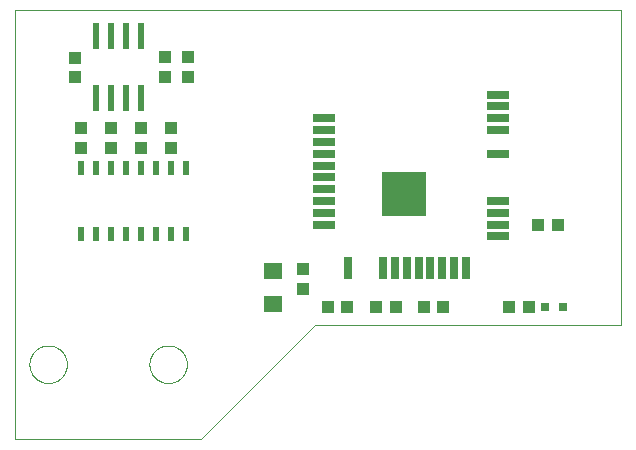
<source format=gtp>
G75*
%MOIN*%
%OFA0B0*%
%FSLAX25Y25*%
%IPPOS*%
%LPD*%
%AMOC8*
5,1,8,0,0,1.08239X$1,22.5*
%
%ADD10C,0.00000*%
%ADD11R,0.03150X0.03150*%
%ADD12R,0.04331X0.03937*%
%ADD13R,0.03937X0.04331*%
%ADD14R,0.03937X0.03937*%
%ADD15R,0.06299X0.05512*%
%ADD16R,0.07480X0.03150*%
%ADD17R,0.03150X0.07480*%
%ADD18R,0.14567X0.14567*%
%ADD19R,0.02362X0.04724*%
%ADD20R,0.02400X0.08700*%
D10*
X0001500Y0001550D02*
X0001500Y0144550D01*
X0203500Y0144550D01*
X0203500Y0039550D01*
X0101500Y0039550D01*
X0063500Y0001550D01*
X0001500Y0001550D01*
X0006250Y0026550D02*
X0006252Y0026708D01*
X0006258Y0026865D01*
X0006268Y0027023D01*
X0006282Y0027180D01*
X0006300Y0027336D01*
X0006321Y0027493D01*
X0006347Y0027648D01*
X0006377Y0027803D01*
X0006410Y0027957D01*
X0006448Y0028110D01*
X0006489Y0028263D01*
X0006534Y0028414D01*
X0006583Y0028564D01*
X0006636Y0028712D01*
X0006692Y0028860D01*
X0006753Y0029005D01*
X0006816Y0029150D01*
X0006884Y0029292D01*
X0006955Y0029433D01*
X0007029Y0029572D01*
X0007107Y0029709D01*
X0007189Y0029844D01*
X0007273Y0029977D01*
X0007362Y0030108D01*
X0007453Y0030236D01*
X0007548Y0030363D01*
X0007645Y0030486D01*
X0007746Y0030608D01*
X0007850Y0030726D01*
X0007957Y0030842D01*
X0008067Y0030955D01*
X0008179Y0031066D01*
X0008295Y0031173D01*
X0008413Y0031278D01*
X0008533Y0031380D01*
X0008656Y0031478D01*
X0008782Y0031574D01*
X0008910Y0031666D01*
X0009040Y0031755D01*
X0009172Y0031841D01*
X0009307Y0031923D01*
X0009444Y0032002D01*
X0009582Y0032077D01*
X0009722Y0032149D01*
X0009865Y0032217D01*
X0010008Y0032282D01*
X0010154Y0032343D01*
X0010301Y0032400D01*
X0010449Y0032454D01*
X0010599Y0032504D01*
X0010749Y0032550D01*
X0010901Y0032592D01*
X0011054Y0032631D01*
X0011208Y0032665D01*
X0011363Y0032696D01*
X0011518Y0032722D01*
X0011674Y0032745D01*
X0011831Y0032764D01*
X0011988Y0032779D01*
X0012145Y0032790D01*
X0012303Y0032797D01*
X0012461Y0032800D01*
X0012618Y0032799D01*
X0012776Y0032794D01*
X0012933Y0032785D01*
X0013091Y0032772D01*
X0013247Y0032755D01*
X0013404Y0032734D01*
X0013559Y0032710D01*
X0013714Y0032681D01*
X0013869Y0032648D01*
X0014022Y0032612D01*
X0014175Y0032571D01*
X0014326Y0032527D01*
X0014476Y0032479D01*
X0014625Y0032428D01*
X0014773Y0032372D01*
X0014919Y0032313D01*
X0015064Y0032250D01*
X0015207Y0032183D01*
X0015348Y0032113D01*
X0015487Y0032040D01*
X0015625Y0031963D01*
X0015761Y0031882D01*
X0015894Y0031798D01*
X0016025Y0031711D01*
X0016154Y0031620D01*
X0016281Y0031526D01*
X0016406Y0031429D01*
X0016527Y0031329D01*
X0016647Y0031226D01*
X0016763Y0031120D01*
X0016877Y0031011D01*
X0016989Y0030899D01*
X0017097Y0030785D01*
X0017202Y0030667D01*
X0017305Y0030547D01*
X0017404Y0030425D01*
X0017500Y0030300D01*
X0017593Y0030172D01*
X0017683Y0030043D01*
X0017769Y0029911D01*
X0017853Y0029777D01*
X0017932Y0029641D01*
X0018009Y0029503D01*
X0018081Y0029363D01*
X0018150Y0029221D01*
X0018216Y0029078D01*
X0018278Y0028933D01*
X0018336Y0028786D01*
X0018391Y0028638D01*
X0018442Y0028489D01*
X0018489Y0028338D01*
X0018532Y0028187D01*
X0018571Y0028034D01*
X0018607Y0027880D01*
X0018638Y0027726D01*
X0018666Y0027571D01*
X0018690Y0027415D01*
X0018710Y0027258D01*
X0018726Y0027101D01*
X0018738Y0026944D01*
X0018746Y0026787D01*
X0018750Y0026629D01*
X0018750Y0026471D01*
X0018746Y0026313D01*
X0018738Y0026156D01*
X0018726Y0025999D01*
X0018710Y0025842D01*
X0018690Y0025685D01*
X0018666Y0025529D01*
X0018638Y0025374D01*
X0018607Y0025220D01*
X0018571Y0025066D01*
X0018532Y0024913D01*
X0018489Y0024762D01*
X0018442Y0024611D01*
X0018391Y0024462D01*
X0018336Y0024314D01*
X0018278Y0024167D01*
X0018216Y0024022D01*
X0018150Y0023879D01*
X0018081Y0023737D01*
X0018009Y0023597D01*
X0017932Y0023459D01*
X0017853Y0023323D01*
X0017769Y0023189D01*
X0017683Y0023057D01*
X0017593Y0022928D01*
X0017500Y0022800D01*
X0017404Y0022675D01*
X0017305Y0022553D01*
X0017202Y0022433D01*
X0017097Y0022315D01*
X0016989Y0022201D01*
X0016877Y0022089D01*
X0016763Y0021980D01*
X0016647Y0021874D01*
X0016527Y0021771D01*
X0016406Y0021671D01*
X0016281Y0021574D01*
X0016154Y0021480D01*
X0016025Y0021389D01*
X0015894Y0021302D01*
X0015761Y0021218D01*
X0015625Y0021137D01*
X0015487Y0021060D01*
X0015348Y0020987D01*
X0015207Y0020917D01*
X0015064Y0020850D01*
X0014919Y0020787D01*
X0014773Y0020728D01*
X0014625Y0020672D01*
X0014476Y0020621D01*
X0014326Y0020573D01*
X0014175Y0020529D01*
X0014022Y0020488D01*
X0013869Y0020452D01*
X0013714Y0020419D01*
X0013559Y0020390D01*
X0013404Y0020366D01*
X0013247Y0020345D01*
X0013091Y0020328D01*
X0012933Y0020315D01*
X0012776Y0020306D01*
X0012618Y0020301D01*
X0012461Y0020300D01*
X0012303Y0020303D01*
X0012145Y0020310D01*
X0011988Y0020321D01*
X0011831Y0020336D01*
X0011674Y0020355D01*
X0011518Y0020378D01*
X0011363Y0020404D01*
X0011208Y0020435D01*
X0011054Y0020469D01*
X0010901Y0020508D01*
X0010749Y0020550D01*
X0010599Y0020596D01*
X0010449Y0020646D01*
X0010301Y0020700D01*
X0010154Y0020757D01*
X0010008Y0020818D01*
X0009865Y0020883D01*
X0009722Y0020951D01*
X0009582Y0021023D01*
X0009444Y0021098D01*
X0009307Y0021177D01*
X0009172Y0021259D01*
X0009040Y0021345D01*
X0008910Y0021434D01*
X0008782Y0021526D01*
X0008656Y0021622D01*
X0008533Y0021720D01*
X0008413Y0021822D01*
X0008295Y0021927D01*
X0008179Y0022034D01*
X0008067Y0022145D01*
X0007957Y0022258D01*
X0007850Y0022374D01*
X0007746Y0022492D01*
X0007645Y0022614D01*
X0007548Y0022737D01*
X0007453Y0022864D01*
X0007362Y0022992D01*
X0007273Y0023123D01*
X0007189Y0023256D01*
X0007107Y0023391D01*
X0007029Y0023528D01*
X0006955Y0023667D01*
X0006884Y0023808D01*
X0006816Y0023950D01*
X0006753Y0024095D01*
X0006692Y0024240D01*
X0006636Y0024388D01*
X0006583Y0024536D01*
X0006534Y0024686D01*
X0006489Y0024837D01*
X0006448Y0024990D01*
X0006410Y0025143D01*
X0006377Y0025297D01*
X0006347Y0025452D01*
X0006321Y0025607D01*
X0006300Y0025764D01*
X0006282Y0025920D01*
X0006268Y0026077D01*
X0006258Y0026235D01*
X0006252Y0026392D01*
X0006250Y0026550D01*
X0046250Y0026550D02*
X0046252Y0026708D01*
X0046258Y0026865D01*
X0046268Y0027023D01*
X0046282Y0027180D01*
X0046300Y0027336D01*
X0046321Y0027493D01*
X0046347Y0027648D01*
X0046377Y0027803D01*
X0046410Y0027957D01*
X0046448Y0028110D01*
X0046489Y0028263D01*
X0046534Y0028414D01*
X0046583Y0028564D01*
X0046636Y0028712D01*
X0046692Y0028860D01*
X0046753Y0029005D01*
X0046816Y0029150D01*
X0046884Y0029292D01*
X0046955Y0029433D01*
X0047029Y0029572D01*
X0047107Y0029709D01*
X0047189Y0029844D01*
X0047273Y0029977D01*
X0047362Y0030108D01*
X0047453Y0030236D01*
X0047548Y0030363D01*
X0047645Y0030486D01*
X0047746Y0030608D01*
X0047850Y0030726D01*
X0047957Y0030842D01*
X0048067Y0030955D01*
X0048179Y0031066D01*
X0048295Y0031173D01*
X0048413Y0031278D01*
X0048533Y0031380D01*
X0048656Y0031478D01*
X0048782Y0031574D01*
X0048910Y0031666D01*
X0049040Y0031755D01*
X0049172Y0031841D01*
X0049307Y0031923D01*
X0049444Y0032002D01*
X0049582Y0032077D01*
X0049722Y0032149D01*
X0049865Y0032217D01*
X0050008Y0032282D01*
X0050154Y0032343D01*
X0050301Y0032400D01*
X0050449Y0032454D01*
X0050599Y0032504D01*
X0050749Y0032550D01*
X0050901Y0032592D01*
X0051054Y0032631D01*
X0051208Y0032665D01*
X0051363Y0032696D01*
X0051518Y0032722D01*
X0051674Y0032745D01*
X0051831Y0032764D01*
X0051988Y0032779D01*
X0052145Y0032790D01*
X0052303Y0032797D01*
X0052461Y0032800D01*
X0052618Y0032799D01*
X0052776Y0032794D01*
X0052933Y0032785D01*
X0053091Y0032772D01*
X0053247Y0032755D01*
X0053404Y0032734D01*
X0053559Y0032710D01*
X0053714Y0032681D01*
X0053869Y0032648D01*
X0054022Y0032612D01*
X0054175Y0032571D01*
X0054326Y0032527D01*
X0054476Y0032479D01*
X0054625Y0032428D01*
X0054773Y0032372D01*
X0054919Y0032313D01*
X0055064Y0032250D01*
X0055207Y0032183D01*
X0055348Y0032113D01*
X0055487Y0032040D01*
X0055625Y0031963D01*
X0055761Y0031882D01*
X0055894Y0031798D01*
X0056025Y0031711D01*
X0056154Y0031620D01*
X0056281Y0031526D01*
X0056406Y0031429D01*
X0056527Y0031329D01*
X0056647Y0031226D01*
X0056763Y0031120D01*
X0056877Y0031011D01*
X0056989Y0030899D01*
X0057097Y0030785D01*
X0057202Y0030667D01*
X0057305Y0030547D01*
X0057404Y0030425D01*
X0057500Y0030300D01*
X0057593Y0030172D01*
X0057683Y0030043D01*
X0057769Y0029911D01*
X0057853Y0029777D01*
X0057932Y0029641D01*
X0058009Y0029503D01*
X0058081Y0029363D01*
X0058150Y0029221D01*
X0058216Y0029078D01*
X0058278Y0028933D01*
X0058336Y0028786D01*
X0058391Y0028638D01*
X0058442Y0028489D01*
X0058489Y0028338D01*
X0058532Y0028187D01*
X0058571Y0028034D01*
X0058607Y0027880D01*
X0058638Y0027726D01*
X0058666Y0027571D01*
X0058690Y0027415D01*
X0058710Y0027258D01*
X0058726Y0027101D01*
X0058738Y0026944D01*
X0058746Y0026787D01*
X0058750Y0026629D01*
X0058750Y0026471D01*
X0058746Y0026313D01*
X0058738Y0026156D01*
X0058726Y0025999D01*
X0058710Y0025842D01*
X0058690Y0025685D01*
X0058666Y0025529D01*
X0058638Y0025374D01*
X0058607Y0025220D01*
X0058571Y0025066D01*
X0058532Y0024913D01*
X0058489Y0024762D01*
X0058442Y0024611D01*
X0058391Y0024462D01*
X0058336Y0024314D01*
X0058278Y0024167D01*
X0058216Y0024022D01*
X0058150Y0023879D01*
X0058081Y0023737D01*
X0058009Y0023597D01*
X0057932Y0023459D01*
X0057853Y0023323D01*
X0057769Y0023189D01*
X0057683Y0023057D01*
X0057593Y0022928D01*
X0057500Y0022800D01*
X0057404Y0022675D01*
X0057305Y0022553D01*
X0057202Y0022433D01*
X0057097Y0022315D01*
X0056989Y0022201D01*
X0056877Y0022089D01*
X0056763Y0021980D01*
X0056647Y0021874D01*
X0056527Y0021771D01*
X0056406Y0021671D01*
X0056281Y0021574D01*
X0056154Y0021480D01*
X0056025Y0021389D01*
X0055894Y0021302D01*
X0055761Y0021218D01*
X0055625Y0021137D01*
X0055487Y0021060D01*
X0055348Y0020987D01*
X0055207Y0020917D01*
X0055064Y0020850D01*
X0054919Y0020787D01*
X0054773Y0020728D01*
X0054625Y0020672D01*
X0054476Y0020621D01*
X0054326Y0020573D01*
X0054175Y0020529D01*
X0054022Y0020488D01*
X0053869Y0020452D01*
X0053714Y0020419D01*
X0053559Y0020390D01*
X0053404Y0020366D01*
X0053247Y0020345D01*
X0053091Y0020328D01*
X0052933Y0020315D01*
X0052776Y0020306D01*
X0052618Y0020301D01*
X0052461Y0020300D01*
X0052303Y0020303D01*
X0052145Y0020310D01*
X0051988Y0020321D01*
X0051831Y0020336D01*
X0051674Y0020355D01*
X0051518Y0020378D01*
X0051363Y0020404D01*
X0051208Y0020435D01*
X0051054Y0020469D01*
X0050901Y0020508D01*
X0050749Y0020550D01*
X0050599Y0020596D01*
X0050449Y0020646D01*
X0050301Y0020700D01*
X0050154Y0020757D01*
X0050008Y0020818D01*
X0049865Y0020883D01*
X0049722Y0020951D01*
X0049582Y0021023D01*
X0049444Y0021098D01*
X0049307Y0021177D01*
X0049172Y0021259D01*
X0049040Y0021345D01*
X0048910Y0021434D01*
X0048782Y0021526D01*
X0048656Y0021622D01*
X0048533Y0021720D01*
X0048413Y0021822D01*
X0048295Y0021927D01*
X0048179Y0022034D01*
X0048067Y0022145D01*
X0047957Y0022258D01*
X0047850Y0022374D01*
X0047746Y0022492D01*
X0047645Y0022614D01*
X0047548Y0022737D01*
X0047453Y0022864D01*
X0047362Y0022992D01*
X0047273Y0023123D01*
X0047189Y0023256D01*
X0047107Y0023391D01*
X0047029Y0023528D01*
X0046955Y0023667D01*
X0046884Y0023808D01*
X0046816Y0023950D01*
X0046753Y0024095D01*
X0046692Y0024240D01*
X0046636Y0024388D01*
X0046583Y0024536D01*
X0046534Y0024686D01*
X0046489Y0024837D01*
X0046448Y0024990D01*
X0046410Y0025143D01*
X0046377Y0025297D01*
X0046347Y0025452D01*
X0046321Y0025607D01*
X0046300Y0025764D01*
X0046282Y0025920D01*
X0046268Y0026077D01*
X0046258Y0026235D01*
X0046252Y0026392D01*
X0046250Y0026550D01*
D11*
X0178047Y0045550D03*
X0183953Y0045550D03*
D12*
X0172846Y0045550D03*
X0166154Y0045550D03*
X0175654Y0073050D03*
X0182346Y0073050D03*
X0128346Y0045550D03*
X0121654Y0045550D03*
D13*
X0097500Y0051704D03*
X0097500Y0058396D03*
X0053500Y0098704D03*
X0053500Y0105396D03*
X0043500Y0105396D03*
X0043500Y0098704D03*
X0033500Y0098704D03*
X0033500Y0105396D03*
X0023500Y0105396D03*
X0023500Y0098704D03*
X0051500Y0122204D03*
X0051500Y0128896D03*
X0059000Y0128896D03*
X0059000Y0122204D03*
D14*
X0021500Y0122400D03*
X0021500Y0128700D03*
X0105850Y0045550D03*
X0112150Y0045550D03*
X0137850Y0045550D03*
X0144150Y0045550D03*
D15*
X0087500Y0046538D03*
X0087500Y0057562D03*
D16*
X0104500Y0073117D03*
X0104500Y0077054D03*
X0104500Y0080991D03*
X0104500Y0084928D03*
X0104500Y0088865D03*
X0104500Y0092802D03*
X0104500Y0096739D03*
X0104500Y0100676D03*
X0104500Y0104613D03*
X0104500Y0108550D03*
X0162374Y0108550D03*
X0162374Y0104613D03*
X0162374Y0096739D03*
X0162374Y0112487D03*
X0162374Y0116424D03*
X0162374Y0080991D03*
X0162374Y0077054D03*
X0162374Y0073117D03*
X0162374Y0069180D03*
D17*
X0151744Y0058550D03*
X0147807Y0058550D03*
X0143870Y0058550D03*
X0139933Y0058550D03*
X0135996Y0058550D03*
X0132059Y0058550D03*
X0128122Y0058550D03*
X0124185Y0058550D03*
X0112374Y0058550D03*
D18*
X0131272Y0083432D03*
D19*
X0058500Y0092074D03*
X0053500Y0092074D03*
X0048500Y0092074D03*
X0043500Y0092074D03*
X0038500Y0092074D03*
X0033500Y0092074D03*
X0028500Y0092074D03*
X0023500Y0092074D03*
X0023500Y0070026D03*
X0028500Y0070026D03*
X0033500Y0070026D03*
X0038500Y0070026D03*
X0043500Y0070026D03*
X0048500Y0070026D03*
X0053500Y0070026D03*
X0058500Y0070026D03*
D20*
X0043500Y0115250D03*
X0038500Y0115250D03*
X0033500Y0115250D03*
X0028500Y0115250D03*
X0028500Y0135850D03*
X0033500Y0135850D03*
X0038500Y0135850D03*
X0043500Y0135850D03*
M02*

</source>
